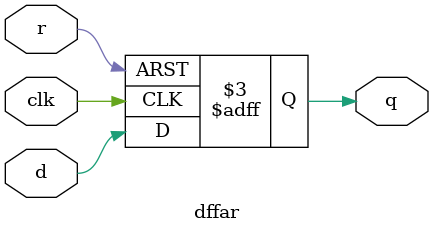
<source format=v>
module dffar #(parameter WIDTH = 1) (
    input clk,
    input r,
    input [WIDTH-1:0] d,
    output reg [WIDTH-1:0] q
);

    always @(posedge clk or negedge r)
        if (~r)
            q <= {WIDTH{1'b0}};
        else
            q <= d;

endmodule

</source>
